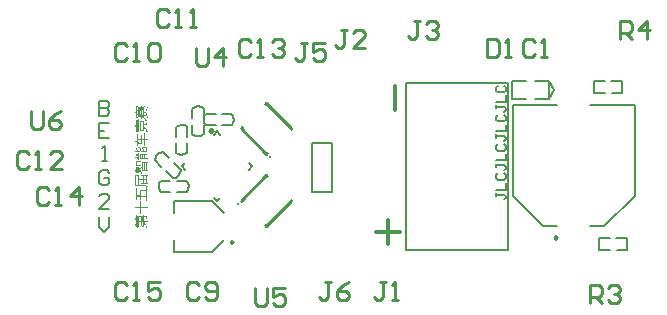
<source format=gto>
G04*
G04 #@! TF.GenerationSoftware,Altium Limited,Altium Designer,20.1.11 (218)*
G04*
G04 Layer_Color=65535*
%FSLAX25Y25*%
%MOIN*%
G70*
G04*
G04 #@! TF.SameCoordinates,9EE67B27-E454-41D5-82AA-807338E90DDB*
G04*
G04*
G04 #@! TF.FilePolarity,Positive*
G04*
G01*
G75*
%ADD10C,0.01000*%
%ADD11C,0.01000*%
%ADD12C,0.00800*%
%ADD13C,0.00984*%
%ADD14C,0.00591*%
%ADD15C,0.00787*%
%ADD16C,0.01200*%
%ADD17C,0.00700*%
G36*
X-206399Y-101746D02*
X-206382Y-101763D01*
X-206354Y-101785D01*
X-206321Y-101813D01*
X-206276Y-101846D01*
X-206226Y-101885D01*
X-206116Y-101963D01*
Y-101968D01*
X-206121Y-101979D01*
X-206132Y-102002D01*
X-206143Y-102029D01*
X-206160Y-102068D01*
X-206182Y-102107D01*
X-206226Y-102207D01*
X-206288Y-102324D01*
X-206349Y-102446D01*
X-206421Y-102573D01*
X-206499Y-102695D01*
X-205660D01*
Y-103001D01*
X-206460D01*
Y-104871D01*
X-205638D01*
Y-105171D01*
X-206493D01*
Y-105176D01*
X-206482Y-105187D01*
X-206471Y-105210D01*
X-206449Y-105237D01*
X-206426Y-105271D01*
X-206404Y-105315D01*
X-206376Y-105359D01*
X-206343Y-105409D01*
X-206276Y-105531D01*
X-206204Y-105665D01*
X-206132Y-105803D01*
X-206066Y-105953D01*
X-206071Y-105959D01*
X-206093Y-105970D01*
X-206121Y-105992D01*
X-206160Y-106020D01*
X-206243Y-106086D01*
X-206282Y-106120D01*
X-206321Y-106153D01*
X-206327Y-106142D01*
X-206332Y-106120D01*
X-206349Y-106081D01*
X-206371Y-106031D01*
X-206399Y-105970D01*
X-206432Y-105898D01*
X-206471Y-105815D01*
X-206515Y-105726D01*
X-206559Y-105626D01*
X-206615Y-105526D01*
X-206737Y-105309D01*
X-206881Y-105087D01*
X-207037Y-104871D01*
Y-106042D01*
X-207292D01*
Y-104727D01*
X-207575D01*
Y-105665D01*
X-207825D01*
Y-104727D01*
X-208108D01*
Y-105576D01*
X-208358D01*
Y-104727D01*
X-208574D01*
Y-104432D01*
X-208358D01*
Y-103450D01*
X-208574D01*
Y-103156D01*
X-208358D01*
Y-102318D01*
X-208108D01*
Y-103156D01*
X-207825D01*
Y-102201D01*
X-207575D01*
Y-103156D01*
X-207292D01*
Y-101852D01*
X-207037D01*
Y-102967D01*
X-207031Y-102962D01*
X-207020Y-102945D01*
X-206998Y-102917D01*
X-206970Y-102884D01*
X-206937Y-102840D01*
X-206898Y-102779D01*
X-206859Y-102718D01*
X-206809Y-102640D01*
X-206759Y-102557D01*
X-206709Y-102468D01*
X-206660Y-102362D01*
X-206604Y-102257D01*
X-206554Y-102140D01*
X-206499Y-102013D01*
X-206449Y-101880D01*
X-206404Y-101741D01*
X-206399Y-101746D01*
D02*
G37*
G36*
X-205006Y-102163D02*
X-205011Y-102174D01*
X-205017Y-102201D01*
X-205033Y-102246D01*
X-205055Y-102307D01*
X-205083Y-102385D01*
X-205111Y-102479D01*
X-205144Y-102584D01*
X-205183Y-102707D01*
X-205228Y-102834D01*
X-205272Y-102978D01*
X-205322Y-103128D01*
X-205366Y-103284D01*
X-205422Y-103456D01*
X-205472Y-103628D01*
X-205577Y-103989D01*
X-205572Y-103994D01*
X-205561Y-104005D01*
X-205538Y-104027D01*
X-205511Y-104061D01*
X-205477Y-104105D01*
X-205444Y-104161D01*
X-205400Y-104233D01*
X-205355Y-104322D01*
X-205311Y-104421D01*
X-205261Y-104544D01*
X-205211Y-104677D01*
X-205167Y-104832D01*
X-205122Y-105010D01*
X-205078Y-105204D01*
X-205055Y-105309D01*
X-205033Y-105426D01*
X-205017Y-105543D01*
X-205000Y-105665D01*
X-205011Y-105670D01*
X-205022Y-105676D01*
X-205050Y-105692D01*
X-205089Y-105715D01*
X-205144Y-105742D01*
X-205222Y-105781D01*
X-205266Y-105803D01*
X-205316Y-105831D01*
Y-105815D01*
X-205322Y-105798D01*
Y-105776D01*
X-205327Y-105748D01*
X-205333Y-105715D01*
X-205344Y-105631D01*
X-205361Y-105531D01*
X-205377Y-105420D01*
X-205400Y-105298D01*
X-205422Y-105171D01*
X-205483Y-104904D01*
X-205516Y-104777D01*
X-205549Y-104655D01*
X-205588Y-104544D01*
X-205633Y-104444D01*
X-205677Y-104360D01*
X-205699Y-104327D01*
X-205721Y-104299D01*
X-205733Y-104288D01*
X-205755Y-104266D01*
X-205799Y-104233D01*
X-205866Y-104188D01*
X-205905Y-104172D01*
X-205949Y-104149D01*
X-206005Y-104133D01*
X-206060Y-104116D01*
X-206127Y-104105D01*
X-206193Y-104094D01*
X-206271Y-104083D01*
X-206354D01*
Y-103772D01*
X-206349D01*
X-206343D01*
X-206327D01*
X-206304D01*
X-206243Y-103778D01*
X-206171Y-103783D01*
X-206088Y-103789D01*
X-205993Y-103805D01*
X-205905Y-103822D01*
X-205821Y-103850D01*
Y-103839D01*
X-205810Y-103811D01*
X-205799Y-103761D01*
X-205783Y-103694D01*
X-205760Y-103611D01*
X-205738Y-103517D01*
X-205710Y-103406D01*
X-205677Y-103284D01*
X-205644Y-103150D01*
X-205605Y-103006D01*
X-205561Y-102856D01*
X-205522Y-102701D01*
X-205427Y-102368D01*
X-205327Y-102029D01*
X-205006Y-102163D01*
D02*
G37*
G36*
X-208269Y-102257D02*
X-208718D01*
Y-105637D01*
X-208263D01*
Y-105959D01*
X-208985D01*
Y-104088D01*
X-208991Y-104094D01*
X-209013Y-104105D01*
X-209040Y-104122D01*
X-209079Y-104144D01*
X-209124Y-104172D01*
X-209174Y-104200D01*
X-209274Y-104261D01*
X-209418Y-103944D01*
X-209412Y-103939D01*
X-209390Y-103928D01*
X-209351Y-103900D01*
X-209301Y-103872D01*
X-209240Y-103833D01*
X-209168Y-103789D01*
X-209079Y-103739D01*
X-208985Y-103683D01*
Y-101929D01*
X-208269D01*
Y-102257D01*
D02*
G37*
G36*
X-207880Y-110654D02*
X-208163D01*
Y-109455D01*
X-208175Y-109461D01*
X-208197Y-109477D01*
X-208230Y-109500D01*
X-208275Y-109527D01*
X-208330Y-109561D01*
X-208385Y-109605D01*
X-208502Y-109688D01*
X-208658Y-109411D01*
X-208652D01*
X-208646Y-109400D01*
X-208630Y-109389D01*
X-208608Y-109378D01*
X-208558Y-109333D01*
X-208485Y-109289D01*
X-208408Y-109233D01*
X-208330Y-109172D01*
X-208241Y-109117D01*
X-208163Y-109067D01*
Y-107918D01*
X-208169D01*
X-208175Y-107912D01*
X-208208Y-107890D01*
X-208252Y-107862D01*
X-208319Y-107824D01*
X-208397Y-107785D01*
X-208480Y-107735D01*
X-208574Y-107685D01*
X-208674Y-107635D01*
Y-110477D01*
X-208957D01*
Y-108601D01*
X-208963Y-108606D01*
X-208985Y-108617D01*
X-209018Y-108634D01*
X-209063Y-108656D01*
X-209113Y-108689D01*
X-209168Y-108723D01*
X-209296Y-108800D01*
X-209440Y-108495D01*
X-209429Y-108490D01*
X-209401Y-108473D01*
X-209357Y-108445D01*
X-209296Y-108406D01*
X-209224Y-108368D01*
X-209140Y-108318D01*
X-209051Y-108268D01*
X-208957Y-108212D01*
Y-106481D01*
X-208674D01*
Y-107624D01*
X-208524Y-107319D01*
X-208513Y-107324D01*
X-208491Y-107341D01*
X-208452Y-107369D01*
X-208402Y-107396D01*
X-208341Y-107435D01*
X-208286Y-107474D01*
X-208225Y-107513D01*
X-208163Y-107552D01*
Y-106303D01*
X-207880D01*
Y-110654D01*
D02*
G37*
G36*
X-206032Y-106286D02*
X-206010D01*
X-205943Y-106297D01*
X-205866Y-106308D01*
X-205783Y-106325D01*
X-205694Y-106342D01*
X-205610Y-106358D01*
X-205533Y-106381D01*
X-205527D01*
X-205516Y-106386D01*
X-205494Y-106392D01*
X-205472Y-106403D01*
X-205411Y-106436D01*
X-205339Y-106486D01*
X-205300Y-106519D01*
X-205261Y-106558D01*
X-205228Y-106603D01*
X-205200Y-106652D01*
X-205178Y-106714D01*
X-205155Y-106775D01*
X-205144Y-106847D01*
X-205139Y-106924D01*
Y-107618D01*
X-205144Y-107646D01*
X-205150Y-107679D01*
X-205155Y-107718D01*
X-205167Y-107768D01*
X-205183Y-107812D01*
X-205211Y-107862D01*
X-205239Y-107918D01*
X-205277Y-107962D01*
X-205322Y-108007D01*
X-205377Y-108051D01*
X-205438Y-108084D01*
X-205516Y-108112D01*
X-205599Y-108129D01*
X-205699Y-108134D01*
X-206304D01*
Y-108928D01*
X-206293D01*
X-206260Y-108934D01*
X-206210Y-108945D01*
X-206143Y-108961D01*
X-206066Y-108989D01*
X-205977Y-109028D01*
X-205877Y-109083D01*
X-205777Y-109150D01*
X-205666Y-109233D01*
X-205561Y-109339D01*
X-205505Y-109400D01*
X-205455Y-109466D01*
X-205405Y-109539D01*
X-205355Y-109616D01*
X-205305Y-109699D01*
X-205261Y-109794D01*
X-205216Y-109888D01*
X-205178Y-109994D01*
X-205139Y-110105D01*
X-205100Y-110227D01*
X-205072Y-110354D01*
X-205044Y-110488D01*
X-205050Y-110493D01*
X-205072Y-110504D01*
X-205105Y-110521D01*
X-205150Y-110549D01*
X-205200Y-110576D01*
X-205255Y-110610D01*
X-205377Y-110693D01*
Y-110676D01*
X-205383Y-110660D01*
X-205388Y-110632D01*
X-205394Y-110604D01*
X-205400Y-110565D01*
X-205422Y-110477D01*
X-205444Y-110377D01*
X-205477Y-110260D01*
X-205516Y-110132D01*
X-205566Y-110005D01*
X-205622Y-109872D01*
X-205688Y-109749D01*
X-205766Y-109627D01*
X-205849Y-109522D01*
X-205949Y-109427D01*
X-205999Y-109389D01*
X-206054Y-109355D01*
X-206110Y-109322D01*
X-206171Y-109300D01*
X-206238Y-109283D01*
X-206304Y-109278D01*
Y-109738D01*
X-206138D01*
Y-110049D01*
X-207520D01*
Y-106930D01*
X-206138D01*
Y-107241D01*
X-206304D01*
Y-107785D01*
X-205744D01*
X-205738D01*
X-205733D01*
X-205699Y-107779D01*
X-205655Y-107774D01*
X-205599Y-107751D01*
X-205544Y-107724D01*
X-205500Y-107679D01*
X-205466Y-107613D01*
X-205461Y-107574D01*
X-205455Y-107529D01*
Y-107008D01*
X-205461Y-106974D01*
X-205466Y-106930D01*
X-205483Y-106875D01*
X-205505Y-106819D01*
X-205544Y-106769D01*
X-205594Y-106725D01*
X-205666Y-106697D01*
X-205672D01*
X-205699Y-106691D01*
X-205738Y-106680D01*
X-205794Y-106669D01*
X-205866Y-106658D01*
X-205960Y-106647D01*
X-206066Y-106630D01*
X-206193Y-106619D01*
X-206188Y-106614D01*
X-206182Y-106591D01*
X-206171Y-106564D01*
X-206154Y-106519D01*
X-206132Y-106469D01*
X-206110Y-106414D01*
X-206088Y-106347D01*
X-206066Y-106281D01*
X-206060D01*
X-206049D01*
X-206032Y-106286D01*
D02*
G37*
G36*
X-205949Y-112674D02*
X-205022D01*
Y-113024D01*
X-205949D01*
Y-115183D01*
X-206276D01*
Y-113024D01*
X-207037D01*
Y-114650D01*
X-207359D01*
X-207364Y-114645D01*
X-207381Y-114639D01*
X-207414Y-114622D01*
X-207453Y-114600D01*
X-207498Y-114572D01*
X-207553Y-114545D01*
X-207620Y-114506D01*
X-207692Y-114467D01*
X-207769Y-114428D01*
X-207847Y-114384D01*
X-208025Y-114289D01*
X-208208Y-114195D01*
X-208397Y-114101D01*
Y-115011D01*
X-208724D01*
Y-113940D01*
X-208730D01*
X-208741Y-113934D01*
X-208757Y-113923D01*
X-208785Y-113912D01*
X-208818Y-113895D01*
X-208857Y-113879D01*
X-208946Y-113834D01*
X-209057Y-113784D01*
X-209174Y-113734D01*
X-209301Y-113679D01*
X-209429Y-113623D01*
X-209324Y-113290D01*
X-209318D01*
X-209307Y-113296D01*
X-209290Y-113307D01*
X-209268Y-113313D01*
X-209207Y-113340D01*
X-209129Y-113379D01*
X-209040Y-113424D01*
X-208935Y-113468D01*
X-208724Y-113568D01*
Y-111076D01*
X-208397D01*
Y-113729D01*
X-208391Y-113734D01*
X-208369Y-113740D01*
X-208341Y-113757D01*
X-208297Y-113779D01*
X-208247Y-113806D01*
X-208186Y-113834D01*
X-208114Y-113868D01*
X-208041Y-113906D01*
X-207880Y-113990D01*
X-207703Y-114078D01*
X-207525Y-114167D01*
X-207353Y-114262D01*
Y-113024D01*
X-208213D01*
Y-112674D01*
X-207353D01*
Y-111398D01*
X-207037D01*
Y-112674D01*
X-206276D01*
Y-110909D01*
X-205949D01*
Y-112674D01*
D02*
G37*
G36*
X-208336Y-115416D02*
X-208308D01*
X-208247Y-115427D01*
X-208163Y-115433D01*
X-208075Y-115444D01*
X-207975Y-115460D01*
X-207880Y-115471D01*
X-207792Y-115488D01*
X-207786D01*
X-207775Y-115494D01*
X-207758Y-115499D01*
X-207731Y-115505D01*
X-207669Y-115538D01*
X-207636Y-115560D01*
X-207597Y-115588D01*
X-207564Y-115621D01*
X-207525Y-115666D01*
X-207492Y-115710D01*
X-207464Y-115771D01*
X-207436Y-115832D01*
X-207420Y-115910D01*
X-207409Y-115993D01*
X-207403Y-116088D01*
Y-116753D01*
X-207409Y-116781D01*
X-207414Y-116815D01*
X-207420Y-116853D01*
X-207431Y-116903D01*
X-207448Y-116948D01*
X-207470Y-116998D01*
X-207498Y-117053D01*
X-207531Y-117098D01*
X-207575Y-117142D01*
X-207631Y-117186D01*
X-207692Y-117220D01*
X-207758Y-117247D01*
X-207842Y-117264D01*
X-207936Y-117270D01*
X-209384D01*
Y-116926D01*
X-208624D01*
X-208630Y-116920D01*
X-208635Y-116898D01*
X-208646Y-116865D01*
X-208669Y-116820D01*
X-208691Y-116765D01*
X-208718Y-116698D01*
X-208752Y-116626D01*
X-208791Y-116543D01*
X-208829Y-116454D01*
X-208874Y-116359D01*
X-208974Y-116160D01*
X-209085Y-115938D01*
X-209207Y-115716D01*
X-208902Y-115516D01*
X-208896Y-115522D01*
X-208885Y-115549D01*
X-208868Y-115583D01*
X-208841Y-115632D01*
X-208813Y-115699D01*
X-208774Y-115771D01*
X-208735Y-115854D01*
X-208691Y-115949D01*
X-208641Y-116054D01*
X-208591Y-116160D01*
X-208541Y-116276D01*
X-208485Y-116398D01*
X-208374Y-116659D01*
X-208263Y-116926D01*
X-208008D01*
X-208003D01*
X-207997D01*
X-207964Y-116920D01*
X-207914Y-116914D01*
X-207858Y-116898D01*
X-207803Y-116865D01*
X-207753Y-116826D01*
X-207719Y-116765D01*
X-207714Y-116731D01*
X-207708Y-116687D01*
Y-116115D01*
X-207714Y-116082D01*
X-207719Y-116038D01*
X-207736Y-115982D01*
X-207764Y-115927D01*
X-207808Y-115877D01*
X-207864Y-115832D01*
X-207903Y-115821D01*
X-207942Y-115810D01*
X-207953D01*
X-207975Y-115805D01*
X-208019Y-115799D01*
X-208080Y-115793D01*
X-208158Y-115788D01*
X-208258Y-115777D01*
X-208369Y-115771D01*
X-208496Y-115760D01*
X-208491Y-115754D01*
X-208485Y-115732D01*
X-208474Y-115693D01*
X-208458Y-115649D01*
X-208435Y-115599D01*
X-208413Y-115538D01*
X-208369Y-115410D01*
X-208363D01*
X-208352D01*
X-208336Y-115416D01*
D02*
G37*
G36*
X-206099Y-115410D02*
X-206071D01*
X-206043Y-115416D01*
X-206005D01*
X-205916Y-115427D01*
X-205821Y-115438D01*
X-205727Y-115449D01*
X-205633Y-115460D01*
X-205555Y-115477D01*
X-205549D01*
X-205538Y-115483D01*
X-205516Y-115488D01*
X-205494Y-115494D01*
X-205433Y-115522D01*
X-205394Y-115544D01*
X-205361Y-115571D01*
X-205322Y-115599D01*
X-205283Y-115638D01*
X-205250Y-115682D01*
X-205222Y-115738D01*
X-205200Y-115799D01*
X-205178Y-115866D01*
X-205167Y-115943D01*
X-205161Y-116032D01*
Y-116798D01*
X-205167Y-116820D01*
Y-116853D01*
X-205178Y-116892D01*
X-205189Y-116937D01*
X-205205Y-116981D01*
X-205228Y-117025D01*
X-205255Y-117076D01*
X-205289Y-117120D01*
X-205327Y-117164D01*
X-205377Y-117203D01*
X-205438Y-117236D01*
X-205505Y-117259D01*
X-205588Y-117275D01*
X-205677Y-117281D01*
X-207220D01*
Y-116931D01*
X-206493D01*
X-206499Y-116926D01*
X-206504Y-116903D01*
X-206515Y-116870D01*
X-206537Y-116820D01*
X-206559Y-116765D01*
X-206587Y-116698D01*
X-206621Y-116620D01*
X-206660Y-116532D01*
X-206698Y-116437D01*
X-206748Y-116332D01*
X-206798Y-116226D01*
X-206854Y-116110D01*
X-206970Y-115871D01*
X-207109Y-115616D01*
X-206804Y-115416D01*
X-206798Y-115422D01*
X-206787Y-115449D01*
X-206765Y-115488D01*
X-206737Y-115544D01*
X-206704Y-115610D01*
X-206665Y-115688D01*
X-206626Y-115777D01*
X-206576Y-115877D01*
X-206526Y-115988D01*
X-206471Y-116104D01*
X-206415Y-116232D01*
X-206354Y-116359D01*
X-206238Y-116637D01*
X-206127Y-116931D01*
X-205744D01*
X-205738D01*
X-205733D01*
X-205699Y-116926D01*
X-205655Y-116920D01*
X-205605Y-116903D01*
X-205555Y-116876D01*
X-205511Y-116842D01*
X-205477Y-116787D01*
X-205472Y-116753D01*
X-205466Y-116715D01*
Y-116054D01*
X-205472Y-116026D01*
X-205477Y-115993D01*
X-205494Y-115949D01*
X-205516Y-115899D01*
X-205555Y-115860D01*
X-205605Y-115827D01*
X-205677Y-115805D01*
X-205688D01*
X-205716Y-115799D01*
X-205760Y-115793D01*
X-205827Y-115782D01*
X-205905Y-115777D01*
X-206010Y-115766D01*
X-206127Y-115760D01*
X-206260Y-115749D01*
X-206254Y-115744D01*
X-206249Y-115721D01*
X-206238Y-115688D01*
X-206221Y-115644D01*
X-206199Y-115594D01*
X-206182Y-115533D01*
X-206138Y-115405D01*
X-206132D01*
X-206121D01*
X-206099Y-115410D01*
D02*
G37*
G36*
X-205538Y-117714D02*
X-205500Y-117719D01*
X-205461Y-117730D01*
X-205372Y-117764D01*
X-205327Y-117786D01*
X-205283Y-117814D01*
X-205244Y-117852D01*
X-205205Y-117897D01*
X-205178Y-117947D01*
X-205155Y-118008D01*
X-205139Y-118075D01*
X-205133Y-118152D01*
Y-118285D01*
X-205128Y-118358D01*
Y-118652D01*
X-205133D01*
X-205155Y-118657D01*
X-205183Y-118663D01*
X-205222Y-118668D01*
X-205272Y-118679D01*
X-205327Y-118691D01*
X-205394Y-118702D01*
X-205466Y-118718D01*
Y-118707D01*
X-205461Y-118674D01*
Y-118624D01*
X-205455Y-118557D01*
X-205450Y-118485D01*
Y-118413D01*
X-205444Y-118341D01*
Y-118263D01*
X-205450Y-118241D01*
X-205455Y-118202D01*
X-205472Y-118163D01*
X-205500Y-118124D01*
X-205533Y-118086D01*
X-205588Y-118063D01*
X-205660Y-118052D01*
X-206032D01*
Y-119162D01*
X-205089D01*
Y-119506D01*
X-207703D01*
Y-117708D01*
X-205610D01*
X-205605D01*
X-205588D01*
X-205566D01*
X-205538Y-117714D01*
D02*
G37*
G36*
X-207997Y-117397D02*
X-207986Y-117420D01*
X-207964Y-117453D01*
X-207936Y-117492D01*
X-207903Y-117542D01*
X-207869Y-117592D01*
X-207797Y-117697D01*
X-207803Y-117703D01*
X-207825Y-117714D01*
X-207853Y-117730D01*
X-207897Y-117753D01*
X-207942Y-117780D01*
X-207997Y-117808D01*
X-208114Y-117880D01*
Y-117908D01*
X-208108Y-117930D01*
Y-117986D01*
X-208102Y-118058D01*
X-208091Y-118152D01*
X-208086Y-118258D01*
X-208075Y-118374D01*
X-208064Y-118502D01*
X-208052Y-118641D01*
X-208041Y-118779D01*
X-208019Y-119068D01*
X-208008Y-119212D01*
X-207991Y-119357D01*
X-207980Y-119490D01*
X-207969Y-119617D01*
X-208341Y-119756D01*
X-208347Y-119745D01*
X-208363Y-119723D01*
X-208391Y-119684D01*
X-208430Y-119628D01*
X-208485Y-119567D01*
X-208552Y-119495D01*
X-208641Y-119412D01*
X-208741Y-119329D01*
X-208746Y-119323D01*
X-208757Y-119318D01*
X-208774Y-119307D01*
X-208796Y-119284D01*
X-208824Y-119262D01*
X-208863Y-119240D01*
X-208946Y-119179D01*
X-209051Y-119101D01*
X-209174Y-119024D01*
X-209307Y-118935D01*
X-209451Y-118846D01*
X-209324Y-118496D01*
X-209318Y-118502D01*
X-209301Y-118513D01*
X-209274Y-118535D01*
X-209235Y-118563D01*
X-209185Y-118596D01*
X-209129Y-118635D01*
X-209068Y-118679D01*
X-208996Y-118735D01*
X-208846Y-118851D01*
X-208674Y-118979D01*
X-208496Y-119123D01*
X-208319Y-119273D01*
Y-119246D01*
X-208324Y-119207D01*
Y-119162D01*
X-208330Y-119101D01*
X-208336Y-119035D01*
X-208341Y-118957D01*
X-208347Y-118874D01*
X-208352Y-118779D01*
X-208358Y-118685D01*
X-208369Y-118480D01*
X-208385Y-118269D01*
X-208402Y-118063D01*
X-208413Y-118069D01*
X-208441Y-118086D01*
X-208480Y-118119D01*
X-208535Y-118152D01*
X-208602Y-118202D01*
X-208674Y-118252D01*
X-208752Y-118307D01*
X-208835Y-118363D01*
X-209007Y-118091D01*
X-209001Y-118086D01*
X-208985Y-118075D01*
X-208957Y-118052D01*
X-208918Y-118025D01*
X-208874Y-117986D01*
X-208818Y-117947D01*
X-208757Y-117902D01*
X-208685Y-117852D01*
X-208613Y-117797D01*
X-208535Y-117742D01*
X-208363Y-117625D01*
X-208186Y-117508D01*
X-208003Y-117392D01*
X-207997Y-117397D01*
D02*
G37*
G36*
X-207214Y-120500D02*
X-207481D01*
Y-121532D01*
X-207214D01*
Y-121865D01*
X-209029D01*
Y-120167D01*
X-207214D01*
Y-120500D01*
D02*
G37*
G36*
X-207942Y-122970D02*
X-207936D01*
X-207914Y-122981D01*
X-207886Y-122986D01*
X-207858Y-122997D01*
Y-122992D01*
X-207847Y-122975D01*
X-207836Y-122953D01*
X-207819Y-122920D01*
X-207797Y-122881D01*
X-207775Y-122831D01*
X-207742Y-122775D01*
X-207708Y-122709D01*
X-207675Y-122642D01*
X-207631Y-122570D01*
X-207542Y-122403D01*
X-207442Y-122226D01*
X-207326Y-122037D01*
X-207065Y-122237D01*
X-207070Y-122242D01*
X-207081Y-122259D01*
X-207092Y-122281D01*
X-207115Y-122315D01*
X-207142Y-122353D01*
X-207176Y-122403D01*
X-207209Y-122459D01*
X-207248Y-122520D01*
X-207331Y-122653D01*
X-207420Y-122803D01*
X-207509Y-122958D01*
X-207597Y-123119D01*
X-207592Y-123125D01*
X-207575Y-123136D01*
X-207553Y-123153D01*
X-207520Y-123180D01*
X-207481Y-123214D01*
X-207436Y-123253D01*
X-207381Y-123302D01*
X-207326Y-123358D01*
X-207270Y-123425D01*
X-207209Y-123502D01*
X-207142Y-123580D01*
X-207081Y-123674D01*
X-207015Y-123774D01*
X-206954Y-123885D01*
X-206892Y-124002D01*
X-206837Y-124129D01*
X-206843Y-124135D01*
X-206859Y-124146D01*
X-206887Y-124163D01*
X-206926Y-124185D01*
X-206970Y-124218D01*
X-207020Y-124252D01*
X-207137Y-124335D01*
X-207142Y-124324D01*
X-207148Y-124302D01*
X-207165Y-124263D01*
X-207192Y-124207D01*
X-207220Y-124146D01*
X-207253Y-124074D01*
X-207298Y-123996D01*
X-207348Y-123913D01*
X-207398Y-123824D01*
X-207459Y-123741D01*
X-207525Y-123652D01*
X-207597Y-123574D01*
X-207675Y-123497D01*
X-207758Y-123430D01*
X-207847Y-123369D01*
X-207942Y-123325D01*
Y-124235D01*
X-208225D01*
Y-123253D01*
X-208236D01*
X-208258Y-123247D01*
X-208302Y-123241D01*
X-208358Y-123230D01*
X-208430Y-123225D01*
X-208508Y-123219D01*
X-208596Y-123214D01*
X-208696Y-123208D01*
Y-123647D01*
X-208685Y-123652D01*
X-208658Y-123674D01*
X-208608Y-123713D01*
X-208546Y-123763D01*
X-208474Y-123819D01*
X-208397Y-123891D01*
X-208319Y-123969D01*
X-208236Y-124052D01*
X-208241Y-124057D01*
X-208258Y-124068D01*
X-208286Y-124085D01*
X-208319Y-124107D01*
X-208358Y-124141D01*
X-208402Y-124174D01*
X-208502Y-124263D01*
X-208508Y-124257D01*
X-208519Y-124241D01*
X-208541Y-124218D01*
X-208574Y-124185D01*
X-208608Y-124146D01*
X-208658Y-124102D01*
X-208707Y-124057D01*
X-208763Y-124007D01*
X-208829Y-123952D01*
X-208902Y-123896D01*
X-209057Y-123791D01*
X-209235Y-123697D01*
X-209329Y-123652D01*
X-209423Y-123619D01*
X-209351Y-123297D01*
X-209340Y-123302D01*
X-209318Y-123308D01*
X-209279Y-123325D01*
X-209235Y-123341D01*
X-209174Y-123369D01*
X-209113Y-123397D01*
X-208979Y-123463D01*
Y-122137D01*
X-208696D01*
Y-122875D01*
X-208691D01*
X-208685D01*
X-208652D01*
X-208602Y-122881D01*
X-208541Y-122886D01*
X-208469Y-122892D01*
X-208385Y-122897D01*
X-208225Y-122914D01*
Y-122004D01*
X-207942D01*
Y-122970D01*
D02*
G37*
G36*
X-205022Y-120933D02*
X-205222D01*
Y-123247D01*
X-205022D01*
Y-123574D01*
X-207031D01*
Y-120605D01*
X-205022D01*
Y-120933D01*
D02*
G37*
G36*
X-205050Y-125167D02*
X-205311D01*
Y-127415D01*
X-205050D01*
Y-127748D01*
X-207448D01*
Y-126455D01*
X-207953D01*
Y-126128D01*
X-207448D01*
Y-124840D01*
X-205050D01*
Y-125167D01*
D02*
G37*
G36*
X-207797Y-125112D02*
X-208041D01*
Y-128031D01*
X-207264D01*
X-207259D01*
X-207248D01*
X-207226D01*
X-207198D01*
X-207165D01*
X-207126D01*
X-207076Y-128037D01*
X-207026D01*
X-206904Y-128048D01*
X-206765Y-128059D01*
X-206610Y-128076D01*
X-206443Y-128098D01*
X-206265Y-128126D01*
X-206088Y-128164D01*
X-205899Y-128214D01*
X-205721Y-128270D01*
X-205538Y-128331D01*
X-205372Y-128409D01*
X-205211Y-128503D01*
X-205061Y-128603D01*
X-205067Y-128608D01*
X-205089Y-128625D01*
X-205117Y-128647D01*
X-205150Y-128681D01*
X-205194Y-128714D01*
X-205244Y-128758D01*
X-205350Y-128858D01*
X-205355Y-128852D01*
X-205377Y-128836D01*
X-205416Y-128814D01*
X-205472Y-128780D01*
X-205538Y-128742D01*
X-205616Y-128703D01*
X-205716Y-128658D01*
X-205827Y-128608D01*
X-205949Y-128564D01*
X-206088Y-128520D01*
X-206238Y-128481D01*
X-206404Y-128442D01*
X-206582Y-128409D01*
X-206776Y-128386D01*
X-206981Y-128370D01*
X-207198Y-128364D01*
X-209179D01*
Y-124784D01*
X-207797D01*
Y-125112D01*
D02*
G37*
G36*
X-205272Y-133370D02*
X-205605D01*
Y-132332D01*
X-207336Y-132077D01*
Y-133087D01*
X-207675D01*
Y-132022D01*
X-208752Y-131866D01*
Y-133209D01*
X-209090D01*
Y-129191D01*
X-208752D01*
Y-131494D01*
X-207675Y-131650D01*
Y-129702D01*
X-205605D01*
Y-128980D01*
X-205272D01*
Y-133370D01*
D02*
G37*
G36*
X-207375Y-135524D02*
X-205044D01*
Y-135929D01*
X-207375D01*
Y-137888D01*
X-207736D01*
Y-135929D01*
X-209373D01*
Y-135524D01*
X-207736D01*
Y-133564D01*
X-207375D01*
Y-135524D01*
D02*
G37*
G36*
X-208724Y-139237D02*
X-208718Y-139225D01*
X-208691Y-139203D01*
X-208652Y-139164D01*
X-208608Y-139120D01*
X-208546Y-139065D01*
X-208480Y-139004D01*
X-208336Y-138876D01*
X-208147Y-139126D01*
Y-138554D01*
X-206959D01*
Y-138898D01*
X-207120D01*
Y-140102D01*
X-206676D01*
Y-138321D01*
X-206671D01*
X-206660D01*
X-206637D01*
X-206610Y-138326D01*
X-206571D01*
X-206532D01*
X-206432Y-138332D01*
X-206315Y-138338D01*
X-206188Y-138349D01*
X-206054Y-138354D01*
X-205921Y-138365D01*
X-205916D01*
X-205899D01*
X-205871Y-138371D01*
X-205833Y-138376D01*
X-205794Y-138387D01*
X-205744Y-138404D01*
X-205694Y-138421D01*
X-205644Y-138449D01*
X-205594Y-138476D01*
X-205544Y-138515D01*
X-205494Y-138559D01*
X-205455Y-138615D01*
X-205416Y-138682D01*
X-205388Y-138754D01*
X-205372Y-138837D01*
X-205366Y-138931D01*
Y-139331D01*
X-205372Y-139459D01*
Y-139603D01*
X-205377D01*
X-205400Y-139608D01*
X-205433Y-139614D01*
X-205477Y-139620D01*
X-205527Y-139631D01*
X-205583Y-139647D01*
X-205716Y-139675D01*
Y-139631D01*
X-205710Y-139603D01*
Y-139525D01*
X-205705Y-139425D01*
X-205699Y-139320D01*
Y-139209D01*
X-205694Y-139098D01*
Y-138987D01*
X-205699Y-138959D01*
X-205710Y-138915D01*
X-205727Y-138865D01*
X-205760Y-138815D01*
X-205805Y-138770D01*
X-205871Y-138732D01*
X-205910Y-138721D01*
X-205955Y-138715D01*
X-205966D01*
X-205993Y-138709D01*
X-206032D01*
X-206088Y-138704D01*
X-206149Y-138698D01*
X-206221Y-138693D01*
X-206376Y-138682D01*
Y-140102D01*
X-205022D01*
Y-140458D01*
X-206271D01*
X-206265Y-140463D01*
X-206238Y-140485D01*
X-206199Y-140524D01*
X-206149Y-140574D01*
X-206088Y-140641D01*
X-206016Y-140718D01*
X-205938Y-140813D01*
X-205849Y-140918D01*
X-205760Y-141046D01*
X-205666Y-141185D01*
X-205572Y-141334D01*
X-205477Y-141501D01*
X-205383Y-141684D01*
X-205294Y-141878D01*
X-205211Y-142089D01*
X-205133Y-142317D01*
X-205139Y-142322D01*
X-205155Y-142333D01*
X-205183Y-142350D01*
X-205216Y-142372D01*
X-205261Y-142400D01*
X-205305Y-142433D01*
X-205416Y-142506D01*
Y-142500D01*
X-205422Y-142494D01*
X-205427Y-142478D01*
X-205433Y-142456D01*
X-205450Y-142400D01*
X-205477Y-142328D01*
X-205511Y-142234D01*
X-205549Y-142128D01*
X-205599Y-142012D01*
X-205655Y-141884D01*
X-205716Y-141751D01*
X-205788Y-141612D01*
X-205866Y-141468D01*
X-205955Y-141323D01*
X-206049Y-141185D01*
X-206149Y-141046D01*
X-206260Y-140913D01*
X-206376Y-140791D01*
Y-142139D01*
X-206676D01*
X-207420Y-141923D01*
Y-140458D01*
X-207842D01*
Y-142006D01*
X-208147D01*
Y-141135D01*
X-208152D01*
X-208158Y-141140D01*
X-208186Y-141168D01*
X-208236Y-141201D01*
X-208291Y-141251D01*
X-208358Y-141307D01*
X-208435Y-141368D01*
X-208591Y-141501D01*
X-208724Y-141323D01*
Y-141651D01*
X-208718Y-141656D01*
X-208707Y-141662D01*
X-208691Y-141679D01*
X-208663Y-141695D01*
X-208635Y-141723D01*
X-208596Y-141751D01*
X-208513Y-141828D01*
X-208413Y-141917D01*
X-208308Y-142023D01*
X-208191Y-142134D01*
X-208080Y-142261D01*
X-208086Y-142267D01*
X-208097Y-142278D01*
X-208119Y-142295D01*
X-208152Y-142322D01*
X-208186Y-142356D01*
X-208225Y-142395D01*
X-208319Y-142483D01*
X-208324Y-142478D01*
X-208341Y-142456D01*
X-208363Y-142428D01*
X-208402Y-142389D01*
X-208447Y-142345D01*
X-208496Y-142289D01*
X-208558Y-142228D01*
X-208630Y-142161D01*
X-208702Y-142095D01*
X-208785Y-142023D01*
X-208879Y-141951D01*
X-208974Y-141878D01*
X-209079Y-141806D01*
X-209185Y-141740D01*
X-209301Y-141679D01*
X-209418Y-141618D01*
Y-141235D01*
X-209407Y-141240D01*
X-209379Y-141251D01*
X-209340Y-141273D01*
X-209285Y-141301D01*
X-209224Y-141334D01*
X-209151Y-141373D01*
X-209001Y-141462D01*
Y-140180D01*
X-208724D01*
Y-141240D01*
X-208718Y-141235D01*
X-208691Y-141207D01*
X-208658Y-141174D01*
X-208608Y-141129D01*
X-208552Y-141074D01*
X-208485Y-141013D01*
X-208419Y-140952D01*
X-208341Y-140885D01*
X-208147Y-141129D01*
Y-139137D01*
X-208152D01*
X-208158Y-139142D01*
X-208186Y-139164D01*
X-208236Y-139203D01*
X-208291Y-139248D01*
X-208358Y-139303D01*
X-208435Y-139359D01*
X-208591Y-139492D01*
X-208724Y-139303D01*
Y-139681D01*
X-208718D01*
X-208713Y-139686D01*
X-208680Y-139708D01*
X-208624Y-139747D01*
X-208563Y-139792D01*
X-208485Y-139847D01*
X-208402Y-139908D01*
X-208313Y-139975D01*
X-208230Y-140047D01*
X-208236Y-140052D01*
X-208247Y-140064D01*
X-208269Y-140086D01*
X-208291Y-140119D01*
X-208324Y-140158D01*
X-208363Y-140202D01*
X-208402Y-140258D01*
X-208447Y-140319D01*
X-208452Y-140313D01*
X-208463Y-140302D01*
X-208485Y-140280D01*
X-208513Y-140258D01*
X-208552Y-140225D01*
X-208596Y-140186D01*
X-208652Y-140147D01*
X-208713Y-140102D01*
X-208780Y-140052D01*
X-208852Y-140003D01*
X-208929Y-139953D01*
X-209018Y-139897D01*
X-209113Y-139842D01*
X-209207Y-139792D01*
X-209418Y-139692D01*
Y-139314D01*
X-209407Y-139320D01*
X-209379Y-139331D01*
X-209340Y-139348D01*
X-209285Y-139375D01*
X-209218Y-139403D01*
X-209151Y-139436D01*
X-209001Y-139514D01*
Y-138121D01*
X-208724D01*
Y-139237D01*
D02*
G37*
%LPC*%
G36*
X-207292Y-103450D02*
X-207575D01*
Y-104432D01*
X-207292D01*
Y-103450D01*
D02*
G37*
G36*
X-207825D02*
X-208108D01*
Y-104432D01*
X-207825D01*
Y-103450D01*
D02*
G37*
G36*
X-206709Y-102978D02*
X-206715Y-102990D01*
X-206737Y-103012D01*
X-206770Y-103051D01*
X-206809Y-103095D01*
X-206859Y-103150D01*
X-206915Y-103206D01*
X-207037Y-103328D01*
Y-104482D01*
X-207031Y-104488D01*
X-207009Y-104516D01*
X-206970Y-104555D01*
X-206931Y-104599D01*
X-206881Y-104660D01*
X-206826Y-104727D01*
X-206709Y-104871D01*
Y-102978D01*
D02*
G37*
G36*
X-206582Y-107241D02*
X-207242D01*
Y-109738D01*
X-206582D01*
Y-107241D01*
D02*
G37*
G36*
X-206299Y-118052D02*
X-206726D01*
Y-119162D01*
X-206299D01*
Y-118052D01*
D02*
G37*
G36*
X-206993D02*
X-207420D01*
Y-119162D01*
X-206993D01*
Y-118052D01*
D02*
G37*
G36*
X-207764Y-120500D02*
X-208741D01*
Y-121532D01*
X-207764D01*
Y-120500D01*
D02*
G37*
G36*
X-205511Y-120933D02*
X-205988D01*
Y-123247D01*
X-205511D01*
Y-120933D01*
D02*
G37*
G36*
X-206260D02*
X-206748D01*
Y-123247D01*
X-206260D01*
Y-120933D01*
D02*
G37*
G36*
X-205610Y-125167D02*
X-206226D01*
Y-126128D01*
X-205610D01*
Y-125167D01*
D02*
G37*
G36*
X-206526D02*
X-207148D01*
Y-126128D01*
X-206526D01*
Y-125167D01*
D02*
G37*
G36*
X-205610Y-126455D02*
X-206226D01*
Y-127415D01*
X-205610D01*
Y-126455D01*
D02*
G37*
G36*
X-206526D02*
X-207148D01*
Y-127415D01*
X-206526D01*
Y-126455D01*
D02*
G37*
G36*
X-208352Y-125112D02*
X-208868D01*
Y-128031D01*
X-208352D01*
Y-125112D01*
D02*
G37*
G36*
X-205605Y-130074D02*
X-207336D01*
Y-131700D01*
X-205605Y-131960D01*
Y-130074D01*
D02*
G37*
G36*
X-207420Y-138898D02*
X-207842D01*
Y-140102D01*
X-207420D01*
Y-138898D01*
D02*
G37*
G36*
X-206676Y-140458D02*
X-207120D01*
Y-141651D01*
X-206676Y-141773D01*
Y-140458D01*
D02*
G37*
%LPD*%
D10*
X-183370Y-110013D02*
X-183961Y-109422D01*
X-184552Y-110013D01*
X-183961Y-110604D01*
X-183370Y-110013D01*
X-157454Y-133217D02*
X-157195Y-133476D01*
X-165681Y-124991D02*
X-165422Y-125249D01*
X-165614Y-141894D02*
X-157195Y-133476D01*
X-165873Y-141636D02*
X-165614Y-141894D01*
X-174099Y-133409D02*
X-165681Y-124991D01*
X-174099Y-133409D02*
X-173841Y-133667D01*
X-165547Y-100771D02*
X-157129Y-109189D01*
X-157387Y-109448D02*
X-157129Y-109189D01*
X-165806Y-101030D02*
X-165547Y-100771D01*
X-165614Y-117675D02*
X-165356Y-117416D01*
X-174032Y-109256D02*
X-173774Y-108998D01*
X-174032Y-109256D02*
X-165614Y-117675D01*
X-114422Y-73415D02*
X-116421D01*
X-115421D01*
Y-78413D01*
X-116421Y-79413D01*
X-117421D01*
X-118421Y-78413D01*
X-112422Y-74415D02*
X-111423Y-73415D01*
X-109423D01*
X-108424Y-74415D01*
Y-75414D01*
X-109423Y-76414D01*
X-110423D01*
X-109423D01*
X-108424Y-77414D01*
Y-78413D01*
X-109423Y-79413D01*
X-111423D01*
X-112422Y-78413D01*
X-144000Y-160501D02*
X-145999D01*
X-144999D01*
Y-165499D01*
X-145999Y-166499D01*
X-146999D01*
X-147998Y-165499D01*
X-138002Y-160501D02*
X-140001Y-161501D01*
X-142000Y-163500D01*
Y-165499D01*
X-141001Y-166499D01*
X-139001D01*
X-138002Y-165499D01*
Y-164500D01*
X-139001Y-163500D01*
X-142000D01*
X-152000Y-81001D02*
X-153999D01*
X-152999D01*
Y-85999D01*
X-153999Y-86999D01*
X-154999D01*
X-155998Y-85999D01*
X-146002Y-81001D02*
X-150000D01*
Y-84000D01*
X-148001Y-83000D01*
X-147001D01*
X-146002Y-84000D01*
Y-85999D01*
X-147001Y-86999D01*
X-149001D01*
X-150000Y-85999D01*
X-138500Y-76414D02*
X-140499D01*
X-139499D01*
Y-81413D01*
X-140499Y-82412D01*
X-141499D01*
X-142498Y-81413D01*
X-132502Y-82412D02*
X-136500D01*
X-132502Y-78413D01*
Y-77414D01*
X-133501Y-76414D01*
X-135501D01*
X-136500Y-77414D01*
X-125500Y-160501D02*
X-127499D01*
X-126500D01*
Y-165499D01*
X-127499Y-166499D01*
X-128499D01*
X-129499Y-165499D01*
X-123501Y-166499D02*
X-121501D01*
X-122501D01*
Y-160501D01*
X-123501Y-161501D01*
X-243998Y-103379D02*
Y-108377D01*
X-242999Y-109377D01*
X-240999D01*
X-240000Y-108377D01*
Y-103379D01*
X-234002D02*
X-236001Y-104378D01*
X-238000Y-106378D01*
Y-108377D01*
X-237001Y-109377D01*
X-235001D01*
X-234002Y-108377D01*
Y-107378D01*
X-235001Y-106378D01*
X-238000D01*
X-169354Y-162501D02*
Y-167499D01*
X-168354Y-168499D01*
X-166355D01*
X-165355Y-167499D01*
Y-162501D01*
X-159357D02*
X-163356D01*
Y-165500D01*
X-161356Y-164500D01*
X-160357D01*
X-159357Y-165500D01*
Y-167499D01*
X-160357Y-168499D01*
X-162356D01*
X-163356Y-167499D01*
X-188959Y-82500D02*
Y-87498D01*
X-187960Y-88498D01*
X-185960D01*
X-184960Y-87498D01*
Y-82500D01*
X-179962Y-88498D02*
Y-82500D01*
X-182961Y-85499D01*
X-178962D01*
X-47723Y-79413D02*
Y-73415D01*
X-44724D01*
X-43724Y-74415D01*
Y-76414D01*
X-44724Y-77414D01*
X-47723D01*
X-45723D02*
X-43724Y-79413D01*
X-38726D02*
Y-73415D01*
X-41725Y-76414D01*
X-37726D01*
X-57498Y-167499D02*
Y-161501D01*
X-54499D01*
X-53500Y-162501D01*
Y-164500D01*
X-54499Y-165500D01*
X-57498D01*
X-55499D02*
X-53500Y-167499D01*
X-51500Y-162501D02*
X-50501Y-161501D01*
X-48501D01*
X-47502Y-162501D01*
Y-163500D01*
X-48501Y-164500D01*
X-49501D01*
X-48501D01*
X-47502Y-165500D01*
Y-166499D01*
X-48501Y-167499D01*
X-50501D01*
X-51500Y-166499D01*
X-91999Y-79501D02*
Y-85499D01*
X-89000D01*
X-88000Y-84499D01*
Y-80501D01*
X-89000Y-79501D01*
X-91999D01*
X-86001Y-85499D02*
X-84001D01*
X-85001D01*
Y-79501D01*
X-86001Y-80501D01*
X-211999Y-161501D02*
X-212999Y-160501D01*
X-214998D01*
X-215998Y-161501D01*
Y-165499D01*
X-214998Y-166499D01*
X-212999D01*
X-211999Y-165499D01*
X-209999Y-166499D02*
X-208000D01*
X-209000D01*
Y-160501D01*
X-209999Y-161501D01*
X-201002Y-160501D02*
X-205001D01*
Y-163500D01*
X-203002Y-162500D01*
X-202002D01*
X-201002Y-163500D01*
Y-165499D01*
X-202002Y-166499D01*
X-204001D01*
X-205001Y-165499D01*
X-237999Y-130001D02*
X-238999Y-129001D01*
X-240998D01*
X-241998Y-130001D01*
Y-133999D01*
X-240998Y-134999D01*
X-238999D01*
X-237999Y-133999D01*
X-235999Y-134999D02*
X-234000D01*
X-235000D01*
Y-129001D01*
X-235999Y-130001D01*
X-228002Y-134999D02*
Y-129001D01*
X-231001Y-132000D01*
X-227002D01*
X-170499Y-80413D02*
X-171499Y-79413D01*
X-173498D01*
X-174498Y-80413D01*
Y-84412D01*
X-173498Y-85411D01*
X-171499D01*
X-170499Y-84412D01*
X-168500Y-85411D02*
X-166500D01*
X-167500D01*
Y-79413D01*
X-168500Y-80413D01*
X-163501D02*
X-162501Y-79413D01*
X-160502D01*
X-159502Y-80413D01*
Y-81413D01*
X-160502Y-82412D01*
X-161502D01*
X-160502D01*
X-159502Y-83412D01*
Y-84412D01*
X-160502Y-85411D01*
X-162501D01*
X-163501Y-84412D01*
X-244499Y-117809D02*
X-245498Y-116809D01*
X-247498D01*
X-248498Y-117809D01*
Y-121808D01*
X-247498Y-122808D01*
X-245498D01*
X-244499Y-121808D01*
X-242499Y-122808D02*
X-240500D01*
X-241500D01*
Y-116809D01*
X-242499Y-117809D01*
X-233502Y-122808D02*
X-237501D01*
X-233502Y-118809D01*
Y-117809D01*
X-234502Y-116809D01*
X-236502D01*
X-237501Y-117809D01*
X-197822Y-70501D02*
X-198822Y-69501D01*
X-200821D01*
X-201821Y-70501D01*
Y-74499D01*
X-200821Y-75499D01*
X-198822D01*
X-197822Y-74499D01*
X-195823Y-75499D02*
X-193823D01*
X-194823D01*
Y-69501D01*
X-195823Y-70501D01*
X-190824Y-75499D02*
X-188825D01*
X-189825D01*
Y-69501D01*
X-190824Y-70501D01*
X-211999Y-82001D02*
X-212999Y-81001D01*
X-214998D01*
X-215998Y-82001D01*
Y-85999D01*
X-214998Y-86999D01*
X-212999D01*
X-211999Y-85999D01*
X-209999Y-86999D02*
X-208000D01*
X-209000D01*
Y-81001D01*
X-209999Y-82001D01*
X-205001D02*
X-204001Y-81001D01*
X-202002D01*
X-201002Y-82001D01*
Y-85999D01*
X-202002Y-86999D01*
X-204001D01*
X-205001Y-85999D01*
Y-82001D01*
X-187876Y-161501D02*
X-188876Y-160501D01*
X-190875D01*
X-191875Y-161501D01*
Y-165499D01*
X-190875Y-166499D01*
X-188876D01*
X-187876Y-165499D01*
X-185877D02*
X-184877Y-166499D01*
X-182878D01*
X-181878Y-165499D01*
Y-161501D01*
X-182878Y-160501D01*
X-184877D01*
X-185877Y-161501D01*
Y-162500D01*
X-184877Y-163500D01*
X-181878D01*
X-75894Y-80501D02*
X-76893Y-79501D01*
X-78893D01*
X-79892Y-80501D01*
Y-84499D01*
X-78893Y-85499D01*
X-76893D01*
X-75894Y-84499D01*
X-73894Y-85499D02*
X-71895D01*
X-72895D01*
Y-79501D01*
X-73894Y-80501D01*
D11*
X-174963Y-134470D02*
D03*
X-164355Y-118735D02*
D03*
D12*
X-192105Y-130560D02*
X-191581Y-129643D01*
X-191416Y-128600D01*
X-191631Y-127567D01*
X-192200Y-126676D01*
X-200700D02*
X-201213Y-127560D01*
X-201390Y-128566D01*
X-201212Y-129571D01*
X-200699Y-130455D01*
X-177088Y-108266D02*
X-176576Y-107383D01*
X-176398Y-106377D01*
X-176576Y-105371D01*
X-177089Y-104488D01*
X-185683Y-104383D02*
X-186207Y-105299D01*
X-186372Y-106342D01*
X-186157Y-107376D01*
X-185588Y-108266D01*
X-186381Y-102605D02*
X-187297Y-102081D01*
X-188340Y-101916D01*
X-189374Y-102131D01*
X-190264Y-102700D01*
Y-111200D02*
X-189381Y-111713D01*
X-188375Y-111890D01*
X-187369Y-111712D01*
X-186486Y-111199D01*
X-191816Y-108837D02*
X-192733Y-108313D01*
X-193776Y-108148D01*
X-194810Y-108364D01*
X-195700Y-108932D01*
Y-117432D02*
X-194817Y-117945D01*
X-193811Y-118123D01*
X-192805Y-117944D01*
X-191922Y-117431D01*
X-196704Y-125960D02*
X-195685Y-125682D01*
X-194831Y-125061D01*
X-194252Y-124178D01*
X-194025Y-123146D01*
X-200036Y-117136D02*
X-201023Y-117398D01*
X-201860Y-117984D01*
X-202445Y-118821D01*
X-202706Y-119808D01*
X-50480Y-93500D02*
X-46980D01*
X-50380Y-97500D02*
X-46980D01*
Y-93500D01*
X-56180D02*
X-52780D01*
X-56180Y-97500D02*
X-52680D01*
X-56180D02*
Y-93500D01*
X-195400Y-126676D02*
X-192200Y-126676D01*
X-195400Y-130577D02*
X-192105D01*
X-200700Y-126676D02*
X-197600D01*
X-200577Y-130577D02*
X-197600D01*
X-200699Y-130455D02*
X-200577Y-130577D01*
X-180188Y-104366D02*
X-177211D01*
X-177089Y-104488D01*
X-180188Y-108266D02*
X-177088D01*
X-185683Y-104366D02*
X-182388D01*
X-185588Y-108266D02*
X-182388Y-108266D01*
X-186364Y-105900D02*
Y-102605D01*
X-186486Y-111199D02*
X-186364Y-111077D01*
Y-108100D01*
X-190264Y-105900D02*
Y-102700D01*
Y-111200D02*
X-190264Y-108100D01*
X-191800Y-112132D02*
Y-108837D01*
X-191922Y-117431D02*
X-191800Y-117309D01*
Y-114332D01*
X-195700Y-112132D02*
Y-108932D01*
Y-117432D02*
X-195700Y-114332D01*
X-196288Y-120884D02*
X-194025Y-123146D01*
X-199046Y-123641D02*
X-196716Y-125971D01*
X-200036Y-117136D02*
X-197844Y-119328D01*
X-202706Y-119981D02*
X-200601Y-122086D01*
X-202706Y-119981D02*
Y-119808D01*
X-48820Y-146000D02*
X-45320D01*
X-48720Y-150000D02*
X-45320D01*
Y-146000D01*
X-54520D02*
X-51120D01*
X-54520Y-150000D02*
X-51020D01*
X-54520D02*
Y-146000D01*
X-221200Y-138702D02*
Y-142034D01*
X-219534Y-143700D01*
X-217868Y-142034D01*
Y-138702D01*
Y-136116D02*
X-221200D01*
X-217868Y-132784D01*
Y-131951D01*
X-218701Y-131118D01*
X-220367D01*
X-221200Y-131951D01*
X-217868Y-124056D02*
X-218701Y-123223D01*
X-220367D01*
X-221200Y-124056D01*
Y-127389D01*
X-220367Y-128221D01*
X-218701D01*
X-217868Y-127389D01*
Y-125722D01*
X-219534D01*
X-217868Y-107514D02*
X-221200D01*
Y-112512D01*
X-217868D01*
X-221200Y-110013D02*
X-219534D01*
X-220200Y-120070D02*
X-218534D01*
X-219367D01*
Y-115071D01*
X-220200Y-115904D01*
X-221200Y-100102D02*
Y-105100D01*
X-218701D01*
X-217868Y-104267D01*
Y-103434D01*
X-218701Y-102601D01*
X-221200D01*
X-218701D01*
X-217868Y-101768D01*
Y-100935D01*
X-218701Y-100102D01*
X-221200D01*
D13*
X-176571Y-147118D02*
X-177309Y-146692D01*
Y-147544D01*
X-176571Y-147118D01*
X-68610Y-145626D02*
X-69348Y-145200D01*
Y-146053D01*
X-68610Y-145626D01*
D14*
X-171433Y-120870D02*
X-170320Y-121983D01*
X-182012Y-110291D02*
X-180887Y-111417D01*
X-183126Y-111405D02*
X-182012Y-110291D01*
X-171433Y-123097D02*
X-170320Y-121983D01*
X-182115Y-133574D02*
X-181000Y-132459D01*
X-183114Y-132574D02*
X-182115Y-133574D01*
X-193693Y-121995D02*
X-192579Y-123109D01*
X-193693Y-121995D02*
X-192579Y-120882D01*
X-165547Y-141827D02*
X-157195Y-133476D01*
X-165547Y-100771D02*
X-157195Y-109123D01*
D15*
X-85000Y-119575D02*
Y-94284D01*
Y-149784D02*
Y-143134D01*
Y-119575D01*
X-119000Y-94284D02*
X-85000D01*
X-119000Y-149784D02*
X-85000D01*
X-119000D02*
Y-94284D01*
X-71425Y-93390D02*
X-69595Y-96500D01*
X-75894Y-93390D02*
X-71425D01*
Y-99610D02*
Y-93390D01*
Y-99610D02*
X-69595Y-96500D01*
X-75894Y-99610D02*
X-71425D01*
X-83512Y-93390D02*
X-79043D01*
X-83512Y-99610D02*
X-79043Y-99610D01*
X-83512Y-99610D02*
Y-93390D01*
X-143654Y-130635D02*
X-143654Y-114099D01*
X-150347D02*
X-143654D01*
X-150347D02*
X-150347Y-130635D01*
X-143654D01*
X-196354Y-150465D02*
X-183658D01*
X-179720Y-146528D01*
X-196354Y-150465D02*
X-196354Y-146528D01*
X-196354Y-133535D02*
X-196354Y-137472D01*
X-183658Y-133535D02*
X-179720Y-137472D01*
X-196354Y-133535D02*
X-183658D01*
X-42724Y-131748D02*
Y-101335D01*
X-57488D02*
X-42724D01*
X-52862Y-141886D02*
X-42724Y-131748D01*
X-57488Y-141886D02*
X-52862D01*
X-83276Y-101335D02*
X-68512D01*
X-73138Y-141886D02*
X-68512D01*
X-83276Y-131748D02*
Y-101335D01*
Y-131748D02*
X-73138Y-141886D01*
D16*
X-128800Y-143786D02*
X-120803D01*
X-124801Y-139787D02*
Y-147785D01*
X-122498Y-103166D02*
Y-95169D01*
D17*
X-88949Y-130802D02*
Y-131885D01*
Y-131343D01*
X-86241D01*
X-85700Y-131885D01*
Y-132426D01*
X-86241Y-132967D01*
X-88949Y-129719D02*
X-85700D01*
Y-127553D01*
X-88407Y-124305D02*
X-88949Y-124846D01*
Y-125929D01*
X-88407Y-126470D01*
X-86241D01*
X-85700Y-125929D01*
Y-124846D01*
X-86241Y-124305D01*
X-88949Y-121056D02*
Y-122139D01*
Y-121598D01*
X-86241D01*
X-85700Y-122139D01*
Y-122680D01*
X-86241Y-123222D01*
X-88949Y-119973D02*
X-85700D01*
Y-117807D01*
X-88407Y-114559D02*
X-88949Y-115100D01*
Y-116183D01*
X-88407Y-116725D01*
X-86241D01*
X-85700Y-116183D01*
Y-115100D01*
X-86241Y-114559D01*
X-88949Y-111310D02*
Y-112393D01*
Y-111852D01*
X-86241D01*
X-85700Y-112393D01*
Y-112935D01*
X-86241Y-113476D01*
X-88949Y-110228D02*
X-85700D01*
Y-108062D01*
X-88407Y-104813D02*
X-88949Y-105355D01*
Y-106438D01*
X-88407Y-106979D01*
X-86241D01*
X-85700Y-106438D01*
Y-105355D01*
X-86241Y-104813D01*
X-88949Y-101565D02*
Y-102648D01*
Y-102106D01*
X-86241D01*
X-85700Y-102648D01*
Y-103189D01*
X-86241Y-103730D01*
X-88949Y-100482D02*
X-85700D01*
Y-98316D01*
X-88407Y-95068D02*
X-88949Y-95609D01*
Y-96692D01*
X-88407Y-97233D01*
X-86241D01*
X-85700Y-96692D01*
Y-95609D01*
X-86241Y-95068D01*
M02*

</source>
